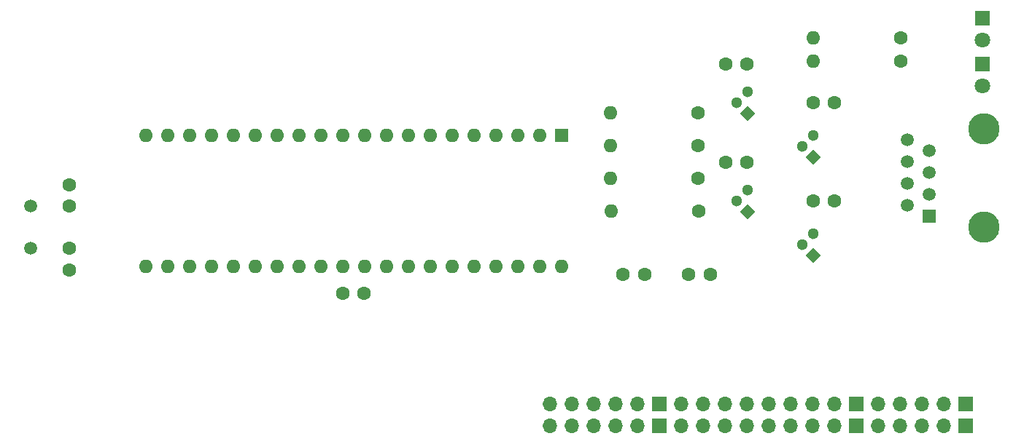
<source format=gbr>
%TF.GenerationSoftware,KiCad,Pcbnew,7.0.10*%
%TF.CreationDate,2024-03-03T15:09:26-07:00*%
%TF.ProjectId,networkv3,6e657477-6f72-46b7-9633-2e6b69636164,rev?*%
%TF.SameCoordinates,Original*%
%TF.FileFunction,Soldermask,Bot*%
%TF.FilePolarity,Negative*%
%FSLAX46Y46*%
G04 Gerber Fmt 4.6, Leading zero omitted, Abs format (unit mm)*
G04 Created by KiCad (PCBNEW 7.0.10) date 2024-03-03 15:09:26*
%MOMM*%
%LPD*%
G01*
G04 APERTURE LIST*
G04 Aperture macros list*
%AMRotRect*
0 Rectangle, with rotation*
0 The origin of the aperture is its center*
0 $1 length*
0 $2 width*
0 $3 Rotation angle, in degrees counterclockwise*
0 Add horizontal line*
21,1,$1,$2,0,0,$3*%
G04 Aperture macros list end*
%ADD10C,1.600000*%
%ADD11O,1.600000X1.600000*%
%ADD12RotRect,1.300000X1.300000X135.000000*%
%ADD13C,1.300000*%
%ADD14C,3.650000*%
%ADD15R,1.500000X1.500000*%
%ADD16C,1.500000*%
%ADD17R,1.600000X1.600000*%
%ADD18R,1.700000X1.700000*%
%ADD19O,1.700000X1.700000*%
%ADD20R,1.800000X1.800000*%
%ADD21C,1.800000*%
G04 APERTURE END LIST*
D10*
%TO.C,0.1uf*%
X448815460Y-274667980D03*
X451315460Y-274667980D03*
%TD*%
%TO.C,0.1uf*%
X438655460Y-281652980D03*
X441155460Y-281652980D03*
%TD*%
%TO.C,0.1uf*%
X438655460Y-270222980D03*
X441155460Y-270222980D03*
%TD*%
%TO.C,100k\u03A9*%
X435480460Y-275920200D03*
D11*
X425320460Y-275920200D03*
%TD*%
D12*
%TO.C,BC547B*%
X441195460Y-287367980D03*
D13*
X439925460Y-286097980D03*
X441195460Y-284827980D03*
%TD*%
D12*
%TO.C,BC547B*%
X448815460Y-292447980D03*
D13*
X447545460Y-291177980D03*
X448815460Y-289907980D03*
%TD*%
D12*
%TO.C,BC547B*%
X448815460Y-281017980D03*
D13*
X447545460Y-279747980D03*
X448815460Y-278477980D03*
%TD*%
D12*
%TO.C,BC547B*%
X441195460Y-275937980D03*
D13*
X439925460Y-274667980D03*
X441195460Y-273397980D03*
%TD*%
D14*
%TO.C,RJ45*%
X468627460Y-289196780D03*
X468627460Y-277766780D03*
D15*
X462277460Y-287926780D03*
D16*
X459737460Y-286656780D03*
X462277460Y-285386780D03*
X459737460Y-284116780D03*
X462277460Y-282846780D03*
X459737460Y-281576780D03*
X462277460Y-280306780D03*
X459737460Y-279036780D03*
%TD*%
D17*
%TO.C,atmega164*%
X419605460Y-278477980D03*
D11*
X417065460Y-278477980D03*
X414525460Y-278477980D03*
X411985460Y-278477980D03*
X409445460Y-278477980D03*
X406905460Y-278477980D03*
X404365460Y-278477980D03*
X401825460Y-278477980D03*
X399285460Y-278477980D03*
X396745460Y-278477980D03*
X394205460Y-278477980D03*
X391665460Y-278477980D03*
X389125460Y-278477980D03*
X386585460Y-278477980D03*
X384045460Y-278477980D03*
X381505460Y-278477980D03*
X378965460Y-278477980D03*
X376425460Y-278477980D03*
X373885460Y-278477980D03*
X371345460Y-278477980D03*
X371345460Y-293717980D03*
X373885460Y-293717980D03*
X376425460Y-293717980D03*
X378965460Y-293717980D03*
X381505460Y-293717980D03*
X384045460Y-293717980D03*
X386585460Y-293717980D03*
X389125460Y-293717980D03*
X391665460Y-293717980D03*
X394205460Y-293717980D03*
X396745460Y-293717980D03*
X399285460Y-293717980D03*
X401825460Y-293717980D03*
X404365460Y-293717980D03*
X406905460Y-293717980D03*
X409445460Y-293717980D03*
X411985460Y-293717980D03*
X414525460Y-293717980D03*
X417065460Y-293717980D03*
X419605460Y-293717980D03*
%TD*%
D18*
%TO.C,20pin conn.*%
X466559900Y-309786020D03*
X466559900Y-312326020D03*
D19*
X464019900Y-309786020D03*
X464019900Y-312326020D03*
X461479900Y-309786020D03*
X461479900Y-312326020D03*
X458939900Y-309786020D03*
X458939900Y-312326020D03*
X456399900Y-309786020D03*
X456399900Y-312326020D03*
D18*
X453859900Y-309786020D03*
X453859900Y-312326020D03*
D19*
X451319900Y-309786020D03*
X451319900Y-312326020D03*
X448779900Y-309786020D03*
X448779900Y-312326020D03*
X446239900Y-309786020D03*
X446239900Y-312326020D03*
X443699900Y-309786020D03*
X443699900Y-312326020D03*
X441159900Y-309786020D03*
X441159900Y-312326020D03*
X438619900Y-309786020D03*
X438619900Y-312326020D03*
X436079900Y-309786020D03*
X436079900Y-312326020D03*
X433539900Y-309786020D03*
X433539900Y-312326020D03*
D18*
X430999900Y-309786020D03*
X430999900Y-312326020D03*
D19*
X428459900Y-309786020D03*
X428459900Y-312326020D03*
X425919900Y-309786020D03*
X425919900Y-312326020D03*
X423379900Y-309786020D03*
X423379900Y-312326020D03*
X420839900Y-309786020D03*
X420839900Y-312326020D03*
X418299900Y-309786020D03*
X418299900Y-312326020D03*
%TD*%
D20*
%TO.C,RX*%
X468475060Y-264863580D03*
D21*
X468475060Y-267403580D03*
%TD*%
D10*
%TO.C,0.1uf*%
X394205460Y-296892980D03*
X396705460Y-296892980D03*
%TD*%
%TO.C,0.1uf*%
X448815460Y-286097980D03*
X451315460Y-286097980D03*
%TD*%
%TO.C,20pf*%
X362455460Y-294135180D03*
X362455460Y-291635180D03*
%TD*%
D16*
%TO.C, *%
X358010460Y-286732980D03*
X358010460Y-291632980D03*
%TD*%
D10*
%TO.C,20pf*%
X362455460Y-286732980D03*
X362455460Y-284232980D03*
%TD*%
%TO.C,4.7k\u03A9*%
X458975460Y-269892780D03*
D11*
X448815460Y-269892780D03*
%TD*%
D10*
%TO.C,4.7k\u03A9*%
X458975460Y-267157200D03*
D11*
X448815460Y-267157200D03*
%TD*%
D20*
%TO.C,TX*%
X468475060Y-270230600D03*
D21*
X468475060Y-272770600D03*
%TD*%
D10*
%TO.C,10k\u03A9*%
X435480460Y-279717500D03*
D11*
X425320460Y-279717500D03*
%TD*%
D10*
%TO.C,10k\u03A9*%
X435515000Y-287350200D03*
D11*
X425355000Y-287350200D03*
%TD*%
D10*
%TO.C,0.1uf*%
X426740000Y-294640000D03*
X429240000Y-294640000D03*
%TD*%
%TO.C,0.1uf*%
X434360000Y-294640000D03*
X436860000Y-294640000D03*
%TD*%
%TO.C,100k\u03A9*%
X435483000Y-283527500D03*
D11*
X425323000Y-283527500D03*
%TD*%
M02*

</source>
